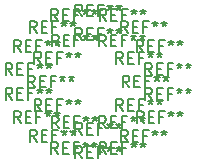
<source format=gbr>
%TF.GenerationSoftware,KiCad,Pcbnew,6.0.0-rc1-unknown-65cbf2d2b7~144~ubuntu18.04.1*%
%TF.CreationDate,2022-04-11T21:29:09+03:00*%
%TF.ProjectId,free_dry_electrodes_12_18,66726565-5f64-4727-995f-656c65637472,rev?*%
%TF.SameCoordinates,Original*%
%TF.FileFunction,Legend,Top*%
%TF.FilePolarity,Positive*%
%FSLAX46Y46*%
G04 Gerber Fmt 4.6, Leading zero omitted, Abs format (unit mm)*
G04 Created by KiCad (PCBNEW 6.0.0-rc1-unknown-65cbf2d2b7~144~ubuntu18.04.1) date 2022-04-11 21:29:09*
%MOMM*%
%LPD*%
G01*
G04 APERTURE LIST*
%ADD10C,0.150000*%
G04 APERTURE END LIST*
D10*
%TO.C,REF\u002A\u002A*%
X4576666Y2587619D02*
X4243333Y3063809D01*
X4005238Y2587619D02*
X4005238Y3587619D01*
X4386190Y3587619D01*
X4481428Y3540000D01*
X4529047Y3492380D01*
X4576666Y3397142D01*
X4576666Y3254285D01*
X4529047Y3159047D01*
X4481428Y3111428D01*
X4386190Y3063809D01*
X4005238Y3063809D01*
X5005238Y3111428D02*
X5338571Y3111428D01*
X5481428Y2587619D02*
X5005238Y2587619D01*
X5005238Y3587619D01*
X5481428Y3587619D01*
X6243333Y3111428D02*
X5910000Y3111428D01*
X5910000Y2587619D02*
X5910000Y3587619D01*
X6386190Y3587619D01*
X6910000Y3587619D02*
X6910000Y3349523D01*
X6671904Y3444761D02*
X6910000Y3349523D01*
X7148095Y3444761D01*
X6767142Y3159047D02*
X6910000Y3349523D01*
X7052857Y3159047D01*
X7671904Y3587619D02*
X7671904Y3349523D01*
X7433809Y3444761D02*
X7671904Y3349523D01*
X7910000Y3444761D01*
X7529047Y3159047D02*
X7671904Y3349523D01*
X7814761Y3159047D01*
X-3383333Y-4082380D02*
X-3716666Y-3606190D01*
X-3954761Y-4082380D02*
X-3954761Y-3082380D01*
X-3573809Y-3082380D01*
X-3478571Y-3130000D01*
X-3430952Y-3177619D01*
X-3383333Y-3272857D01*
X-3383333Y-3415714D01*
X-3430952Y-3510952D01*
X-3478571Y-3558571D01*
X-3573809Y-3606190D01*
X-3954761Y-3606190D01*
X-2954761Y-3558571D02*
X-2621428Y-3558571D01*
X-2478571Y-4082380D02*
X-2954761Y-4082380D01*
X-2954761Y-3082380D01*
X-2478571Y-3082380D01*
X-1716666Y-3558571D02*
X-2050000Y-3558571D01*
X-2050000Y-4082380D02*
X-2050000Y-3082380D01*
X-1573809Y-3082380D01*
X-1050000Y-3082380D02*
X-1050000Y-3320476D01*
X-1288095Y-3225238D02*
X-1050000Y-3320476D01*
X-811904Y-3225238D01*
X-1192857Y-3510952D02*
X-1050000Y-3320476D01*
X-907142Y-3510952D01*
X-288095Y-3082380D02*
X-288095Y-3320476D01*
X-526190Y-3225238D02*
X-288095Y-3320476D01*
X-50000Y-3225238D01*
X-430952Y-3510952D02*
X-288095Y-3320476D01*
X-145238Y-3510952D01*
X2126666Y3547619D02*
X1793333Y4023809D01*
X1555238Y3547619D02*
X1555238Y4547619D01*
X1936190Y4547619D01*
X2031428Y4500000D01*
X2079047Y4452380D01*
X2126666Y4357142D01*
X2126666Y4214285D01*
X2079047Y4119047D01*
X2031428Y4071428D01*
X1936190Y4023809D01*
X1555238Y4023809D01*
X2555238Y4071428D02*
X2888571Y4071428D01*
X3031428Y3547619D02*
X2555238Y3547619D01*
X2555238Y4547619D01*
X3031428Y4547619D01*
X3793333Y4071428D02*
X3459999Y4071428D01*
X3459999Y3547619D02*
X3459999Y4547619D01*
X3936190Y4547619D01*
X4460000Y4547619D02*
X4460000Y4309523D01*
X4221904Y4404761D02*
X4460000Y4309523D01*
X4698095Y4404761D01*
X4317142Y4119047D02*
X4460000Y4309523D01*
X4602857Y4119047D01*
X5221904Y4547619D02*
X5221904Y4309523D01*
X4983809Y4404761D02*
X5221904Y4309523D01*
X5460000Y4404761D01*
X5079047Y4119047D02*
X5221904Y4309523D01*
X5364761Y4119047D01*
X716666Y-4092380D02*
X383333Y-3616190D01*
X145238Y-4092380D02*
X145238Y-3092380D01*
X526190Y-3092380D01*
X621428Y-3140000D01*
X669047Y-3187619D01*
X716666Y-3282857D01*
X716666Y-3425714D01*
X669047Y-3520952D01*
X621428Y-3568571D01*
X526190Y-3616190D01*
X145238Y-3616190D01*
X1145238Y-3568571D02*
X1478571Y-3568571D01*
X1621428Y-4092380D02*
X1145238Y-4092380D01*
X1145238Y-3092380D01*
X1621428Y-3092380D01*
X2383333Y-3568571D02*
X2049999Y-3568571D01*
X2049999Y-4092380D02*
X2049999Y-3092380D01*
X2526190Y-3092380D01*
X3049999Y-3092380D02*
X3049999Y-3330476D01*
X2811904Y-3235238D02*
X3049999Y-3330476D01*
X3288095Y-3235238D01*
X2907142Y-3520952D02*
X3049999Y-3330476D01*
X3192857Y-3520952D01*
X3811904Y-3092380D02*
X3811904Y-3330476D01*
X3573809Y-3235238D02*
X3811904Y-3330476D01*
X4049999Y-3235238D01*
X3669047Y-3520952D02*
X3811904Y-3330476D01*
X3954761Y-3520952D01*
X666666Y-1912380D02*
X333333Y-1436190D01*
X95238Y-1912380D02*
X95238Y-912380D01*
X476190Y-912380D01*
X571428Y-960000D01*
X619047Y-1007619D01*
X666666Y-1102857D01*
X666666Y-1245714D01*
X619047Y-1340952D01*
X571428Y-1388571D01*
X476190Y-1436190D01*
X95238Y-1436190D01*
X1095238Y-1388571D02*
X1428571Y-1388571D01*
X1571428Y-1912380D02*
X1095238Y-1912380D01*
X1095238Y-912380D01*
X1571428Y-912380D01*
X2333333Y-1388571D02*
X1999999Y-1388571D01*
X1999999Y-1912380D02*
X1999999Y-912380D01*
X2476190Y-912380D01*
X2999999Y-912380D02*
X2999999Y-1150476D01*
X2761904Y-1055238D02*
X2999999Y-1150476D01*
X3238095Y-1055238D01*
X2857142Y-1340952D02*
X2999999Y-1150476D01*
X3142857Y-1340952D01*
X3761904Y-912380D02*
X3761904Y-1150476D01*
X3523809Y-1055238D02*
X3761904Y-1150476D01*
X3999999Y-1055238D01*
X3619047Y-1340952D02*
X3761904Y-1150476D01*
X3904761Y-1340952D01*
X3856666Y4547619D02*
X3523333Y5023809D01*
X3285238Y4547619D02*
X3285238Y5547619D01*
X3666190Y5547619D01*
X3761428Y5500000D01*
X3809047Y5452380D01*
X3856666Y5357142D01*
X3856666Y5214285D01*
X3809047Y5119047D01*
X3761428Y5071428D01*
X3666190Y5023809D01*
X3285238Y5023809D01*
X4285238Y5071428D02*
X4618571Y5071428D01*
X4761428Y4547619D02*
X4285238Y4547619D01*
X4285238Y5547619D01*
X4761428Y5547619D01*
X5523333Y5071428D02*
X5190000Y5071428D01*
X5190000Y4547619D02*
X5190000Y5547619D01*
X5666190Y5547619D01*
X6190000Y5547619D02*
X6190000Y5309523D01*
X5951904Y5404761D02*
X6190000Y5309523D01*
X6428095Y5404761D01*
X6047142Y5119047D02*
X6190000Y5309523D01*
X6332857Y5119047D01*
X6951904Y5547619D02*
X6951904Y5309523D01*
X6713809Y5404761D02*
X6951904Y5309523D01*
X7190000Y5404761D01*
X6809047Y5119047D02*
X6951904Y5309523D01*
X7094761Y5119047D01*
X2526666Y6147619D02*
X2193333Y6623809D01*
X1955238Y6147619D02*
X1955238Y7147619D01*
X2336190Y7147619D01*
X2431428Y7100000D01*
X2479047Y7052380D01*
X2526666Y6957142D01*
X2526666Y6814285D01*
X2479047Y6719047D01*
X2431428Y6671428D01*
X2336190Y6623809D01*
X1955238Y6623809D01*
X2955238Y6671428D02*
X3288571Y6671428D01*
X3431428Y6147619D02*
X2955238Y6147619D01*
X2955238Y7147619D01*
X3431428Y7147619D01*
X4193333Y6671428D02*
X3859999Y6671428D01*
X3859999Y6147619D02*
X3859999Y7147619D01*
X4336190Y7147619D01*
X4860000Y7147619D02*
X4860000Y6909523D01*
X4621904Y7004761D02*
X4860000Y6909523D01*
X5098095Y7004761D01*
X4717142Y6719047D02*
X4860000Y6909523D01*
X5002857Y6719047D01*
X5621904Y7147619D02*
X5621904Y6909523D01*
X5383809Y7004761D02*
X5621904Y6909523D01*
X5860000Y7004761D01*
X5479047Y6719047D02*
X5621904Y6909523D01*
X5764761Y6719047D01*
X-4803333Y3547619D02*
X-5136666Y4023809D01*
X-5374761Y3547619D02*
X-5374761Y4547619D01*
X-4993809Y4547619D01*
X-4898571Y4500000D01*
X-4850952Y4452380D01*
X-4803333Y4357142D01*
X-4803333Y4214285D01*
X-4850952Y4119047D01*
X-4898571Y4071428D01*
X-4993809Y4023809D01*
X-5374761Y4023809D01*
X-4374761Y4071428D02*
X-4041428Y4071428D01*
X-3898571Y3547619D02*
X-4374761Y3547619D01*
X-4374761Y4547619D01*
X-3898571Y4547619D01*
X-3136666Y4071428D02*
X-3470000Y4071428D01*
X-3470000Y3547619D02*
X-3470000Y4547619D01*
X-2993809Y4547619D01*
X-2470000Y4547619D02*
X-2470000Y4309523D01*
X-2708095Y4404761D02*
X-2470000Y4309523D01*
X-2231904Y4404761D01*
X-2612857Y4119047D02*
X-2470000Y4309523D01*
X-2327142Y4119047D01*
X-1708095Y4547619D02*
X-1708095Y4309523D01*
X-1946190Y4404761D02*
X-1708095Y4309523D01*
X-1470000Y4404761D01*
X-1850952Y4119047D02*
X-1708095Y4309523D01*
X-1565238Y4119047D01*
X-3333333Y-1912380D02*
X-3666666Y-1436190D01*
X-3904761Y-1912380D02*
X-3904761Y-912380D01*
X-3523809Y-912380D01*
X-3428571Y-960000D01*
X-3380952Y-1007619D01*
X-3333333Y-1102857D01*
X-3333333Y-1245714D01*
X-3380952Y-1340952D01*
X-3428571Y-1388571D01*
X-3523809Y-1436190D01*
X-3904761Y-1436190D01*
X-2904761Y-1388571D02*
X-2571428Y-1388571D01*
X-2428571Y-1912380D02*
X-2904761Y-1912380D01*
X-2904761Y-912380D01*
X-2428571Y-912380D01*
X-1666666Y-1388571D02*
X-2000000Y-1388571D01*
X-2000000Y-1912380D02*
X-2000000Y-912380D01*
X-1523809Y-912380D01*
X-1000000Y-912380D02*
X-1000000Y-1150476D01*
X-1238095Y-1055238D02*
X-1000000Y-1150476D01*
X-761904Y-1055238D01*
X-1142857Y-1340952D02*
X-1000000Y-1150476D01*
X-857142Y-1340952D01*
X-238095Y-912380D02*
X-238095Y-1150476D01*
X-476190Y-1055238D02*
X-238095Y-1150476D01*
X0Y-1055238D01*
X-380952Y-1340952D02*
X-238095Y-1150476D01*
X-95238Y-1340952D01*
X716666Y7187619D02*
X383333Y7663809D01*
X145238Y7187619D02*
X145238Y8187619D01*
X526190Y8187619D01*
X621428Y8140000D01*
X669047Y8092380D01*
X716666Y7997142D01*
X716666Y7854285D01*
X669047Y7759047D01*
X621428Y7711428D01*
X526190Y7663809D01*
X145238Y7663809D01*
X1145238Y7711428D02*
X1478571Y7711428D01*
X1621428Y7187619D02*
X1145238Y7187619D01*
X1145238Y8187619D01*
X1621428Y8187619D01*
X2383333Y7711428D02*
X2049999Y7711428D01*
X2049999Y7187619D02*
X2049999Y8187619D01*
X2526190Y8187619D01*
X3049999Y8187619D02*
X3049999Y7949523D01*
X2811904Y8044761D02*
X3049999Y7949523D01*
X3288095Y8044761D01*
X2907142Y7759047D02*
X3049999Y7949523D01*
X3192857Y7759047D01*
X3811904Y8187619D02*
X3811904Y7949523D01*
X3573809Y8044761D02*
X3811904Y7949523D01*
X4049999Y8044761D01*
X3669047Y7759047D02*
X3811904Y7949523D01*
X3954761Y7759047D01*
X-3333333Y5017619D02*
X-3666666Y5493809D01*
X-3904761Y5017619D02*
X-3904761Y6017619D01*
X-3523809Y6017619D01*
X-3428571Y5970000D01*
X-3380952Y5922380D01*
X-3333333Y5827142D01*
X-3333333Y5684285D01*
X-3380952Y5589047D01*
X-3428571Y5541428D01*
X-3523809Y5493809D01*
X-3904761Y5493809D01*
X-2904761Y5541428D02*
X-2571428Y5541428D01*
X-2428571Y5017619D02*
X-2904761Y5017619D01*
X-2904761Y6017619D01*
X-2428571Y6017619D01*
X-1666666Y5541428D02*
X-2000000Y5541428D01*
X-2000000Y5017619D02*
X-2000000Y6017619D01*
X-1523809Y6017619D01*
X-1000000Y6017619D02*
X-1000000Y5779523D01*
X-1238095Y5874761D02*
X-1000000Y5779523D01*
X-761904Y5874761D01*
X-1142857Y5589047D02*
X-1000000Y5779523D01*
X-857142Y5589047D01*
X-238095Y6017619D02*
X-238095Y5779523D01*
X-476190Y5874761D02*
X-238095Y5779523D01*
X0Y5874761D01*
X-380952Y5589047D02*
X-238095Y5779523D01*
X-95238Y5589047D01*
X-5193333Y6147619D02*
X-5526666Y6623809D01*
X-5764761Y6147619D02*
X-5764761Y7147619D01*
X-5383809Y7147619D01*
X-5288571Y7100000D01*
X-5240952Y7052380D01*
X-5193333Y6957142D01*
X-5193333Y6814285D01*
X-5240952Y6719047D01*
X-5288571Y6671428D01*
X-5383809Y6623809D01*
X-5764761Y6623809D01*
X-4764761Y6671428D02*
X-4431428Y6671428D01*
X-4288571Y6147619D02*
X-4764761Y6147619D01*
X-4764761Y7147619D01*
X-4288571Y7147619D01*
X-3526666Y6671428D02*
X-3860000Y6671428D01*
X-3860000Y6147619D02*
X-3860000Y7147619D01*
X-3383809Y7147619D01*
X-2860000Y7147619D02*
X-2860000Y6909523D01*
X-3098095Y7004761D02*
X-2860000Y6909523D01*
X-2621904Y7004761D01*
X-3002857Y6719047D02*
X-2860000Y6909523D01*
X-2717142Y6719047D01*
X-2098095Y7147619D02*
X-2098095Y6909523D01*
X-2336190Y7004761D02*
X-2098095Y6909523D01*
X-1860000Y7004761D01*
X-2240952Y6719047D02*
X-2098095Y6909523D01*
X-1955238Y6719047D01*
X-6533333Y-1452380D02*
X-6866666Y-976190D01*
X-7104761Y-1452380D02*
X-7104761Y-452380D01*
X-6723809Y-452380D01*
X-6628571Y-500000D01*
X-6580952Y-547619D01*
X-6533333Y-642857D01*
X-6533333Y-785714D01*
X-6580952Y-880952D01*
X-6628571Y-928571D01*
X-6723809Y-976190D01*
X-7104761Y-976190D01*
X-6104761Y-928571D02*
X-5771428Y-928571D01*
X-5628571Y-1452380D02*
X-6104761Y-1452380D01*
X-6104761Y-452380D01*
X-5628571Y-452380D01*
X-4866666Y-928571D02*
X-5200000Y-928571D01*
X-5200000Y-1452380D02*
X-5200000Y-452380D01*
X-4723809Y-452380D01*
X-4200000Y-452380D02*
X-4200000Y-690476D01*
X-4438095Y-595238D02*
X-4200000Y-690476D01*
X-3961904Y-595238D01*
X-4342857Y-880952D02*
X-4200000Y-690476D01*
X-4057142Y-880952D01*
X-3438095Y-452380D02*
X-3438095Y-690476D01*
X-3676190Y-595238D02*
X-3438095Y-690476D01*
X-3200000Y-595238D01*
X-3580952Y-880952D02*
X-3438095Y-690476D01*
X-3295238Y-880952D01*
X-5183333Y-3042380D02*
X-5516666Y-2566190D01*
X-5754761Y-3042380D02*
X-5754761Y-2042380D01*
X-5373809Y-2042380D01*
X-5278571Y-2090000D01*
X-5230952Y-2137619D01*
X-5183333Y-2232857D01*
X-5183333Y-2375714D01*
X-5230952Y-2470952D01*
X-5278571Y-2518571D01*
X-5373809Y-2566190D01*
X-5754761Y-2566190D01*
X-4754761Y-2518571D02*
X-4421428Y-2518571D01*
X-4278571Y-3042380D02*
X-4754761Y-3042380D01*
X-4754761Y-2042380D01*
X-4278571Y-2042380D01*
X-3516666Y-2518571D02*
X-3850000Y-2518571D01*
X-3850000Y-3042380D02*
X-3850000Y-2042380D01*
X-3373809Y-2042380D01*
X-2850000Y-2042380D02*
X-2850000Y-2280476D01*
X-3088095Y-2185238D02*
X-2850000Y-2280476D01*
X-2611904Y-2185238D01*
X-2992857Y-2470952D02*
X-2850000Y-2280476D01*
X-2707142Y-2470952D01*
X-2088095Y-2042380D02*
X-2088095Y-2280476D01*
X-2326190Y-2185238D02*
X-2088095Y-2280476D01*
X-1850000Y-2185238D01*
X-2230952Y-2470952D02*
X-2088095Y-2280476D01*
X-1945238Y-2470952D01*
X-1333333Y7547619D02*
X-1666666Y8023809D01*
X-1904761Y7547619D02*
X-1904761Y8547619D01*
X-1523809Y8547619D01*
X-1428571Y8500000D01*
X-1380952Y8452380D01*
X-1333333Y8357142D01*
X-1333333Y8214285D01*
X-1380952Y8119047D01*
X-1428571Y8071428D01*
X-1523809Y8023809D01*
X-1904761Y8023809D01*
X-904761Y8071428D02*
X-571428Y8071428D01*
X-428571Y7547619D02*
X-904761Y7547619D01*
X-904761Y8547619D01*
X-428571Y8547619D01*
X333333Y8071428D02*
X0Y8071428D01*
X0Y7547619D02*
X0Y8547619D01*
X476190Y8547619D01*
X999999Y8547619D02*
X999999Y8309523D01*
X761904Y8404761D02*
X999999Y8309523D01*
X1238095Y8404761D01*
X857142Y8119047D02*
X999999Y8309523D01*
X1142857Y8119047D01*
X1761904Y8547619D02*
X1761904Y8309523D01*
X1523809Y8404761D02*
X1761904Y8309523D01*
X1999999Y8404761D01*
X1619047Y8119047D02*
X1761904Y8309523D01*
X1904761Y8119047D01*
X3866666Y-1452380D02*
X3533333Y-976190D01*
X3295238Y-1452380D02*
X3295238Y-452380D01*
X3676190Y-452380D01*
X3771428Y-500000D01*
X3819047Y-547619D01*
X3866666Y-642857D01*
X3866666Y-785714D01*
X3819047Y-880952D01*
X3771428Y-928571D01*
X3676190Y-976190D01*
X3295238Y-976190D01*
X4295238Y-928571D02*
X4628571Y-928571D01*
X4771428Y-1452380D02*
X4295238Y-1452380D01*
X4295238Y-452380D01*
X4771428Y-452380D01*
X5533333Y-928571D02*
X5200000Y-928571D01*
X5200000Y-1452380D02*
X5200000Y-452380D01*
X5676190Y-452380D01*
X6200000Y-452380D02*
X6200000Y-690476D01*
X5961904Y-595238D02*
X6200000Y-690476D01*
X6438095Y-595238D01*
X6057142Y-880952D02*
X6200000Y-690476D01*
X6342857Y-880952D01*
X6961904Y-452380D02*
X6961904Y-690476D01*
X6723809Y-595238D02*
X6961904Y-690476D01*
X7200000Y-595238D01*
X6819047Y-880952D02*
X6961904Y-690476D01*
X7104761Y-880952D01*
X-6533333Y4547619D02*
X-6866666Y5023809D01*
X-7104761Y4547619D02*
X-7104761Y5547619D01*
X-6723809Y5547619D01*
X-6628571Y5500000D01*
X-6580952Y5452380D01*
X-6533333Y5357142D01*
X-6533333Y5214285D01*
X-6580952Y5119047D01*
X-6628571Y5071428D01*
X-6723809Y5023809D01*
X-7104761Y5023809D01*
X-6104761Y5071428D02*
X-5771428Y5071428D01*
X-5628571Y4547619D02*
X-6104761Y4547619D01*
X-6104761Y5547619D01*
X-5628571Y5547619D01*
X-4866666Y5071428D02*
X-5200000Y5071428D01*
X-5200000Y4547619D02*
X-5200000Y5547619D01*
X-4723809Y5547619D01*
X-4200000Y5547619D02*
X-4200000Y5309523D01*
X-4438095Y5404761D02*
X-4200000Y5309523D01*
X-3961904Y5404761D01*
X-4342857Y5119047D02*
X-4200000Y5309523D01*
X-4057142Y5119047D01*
X-3438095Y5547619D02*
X-3438095Y5309523D01*
X-3676190Y5404761D02*
X-3438095Y5309523D01*
X-3200000Y5404761D01*
X-3580952Y5119047D02*
X-3438095Y5309523D01*
X-3295238Y5119047D01*
X-1333333Y-4452380D02*
X-1666666Y-3976190D01*
X-1904761Y-4452380D02*
X-1904761Y-3452380D01*
X-1523809Y-3452380D01*
X-1428571Y-3500000D01*
X-1380952Y-3547619D01*
X-1333333Y-3642857D01*
X-1333333Y-3785714D01*
X-1380952Y-3880952D01*
X-1428571Y-3928571D01*
X-1523809Y-3976190D01*
X-1904761Y-3976190D01*
X-904761Y-3928571D02*
X-571428Y-3928571D01*
X-428571Y-4452380D02*
X-904761Y-4452380D01*
X-904761Y-3452380D01*
X-428571Y-3452380D01*
X333333Y-3928571D02*
X0Y-3928571D01*
X0Y-4452380D02*
X0Y-3452380D01*
X476190Y-3452380D01*
X999999Y-3452380D02*
X999999Y-3690476D01*
X761904Y-3595238D02*
X999999Y-3690476D01*
X1238095Y-3595238D01*
X857142Y-3880952D02*
X999999Y-3690476D01*
X1142857Y-3880952D01*
X1761904Y-3452380D02*
X1761904Y-3690476D01*
X1523809Y-3595238D02*
X1761904Y-3690476D01*
X1999999Y-3595238D01*
X1619047Y-3880952D02*
X1761904Y-3690476D01*
X1904761Y-3880952D01*
X2126666Y-452380D02*
X1793333Y23809D01*
X1555238Y-452380D02*
X1555238Y547619D01*
X1936190Y547619D01*
X2031428Y500000D01*
X2079047Y452380D01*
X2126666Y357142D01*
X2126666Y214285D01*
X2079047Y119047D01*
X2031428Y71428D01*
X1936190Y23809D01*
X1555238Y23809D01*
X2555238Y71428D02*
X2888571Y71428D01*
X3031428Y-452380D02*
X2555238Y-452380D01*
X2555238Y547619D01*
X3031428Y547619D01*
X3793333Y71428D02*
X3459999Y71428D01*
X3459999Y-452380D02*
X3459999Y547619D01*
X3936190Y547619D01*
X4460000Y547619D02*
X4460000Y309523D01*
X4221904Y404761D02*
X4460000Y309523D01*
X4698095Y404761D01*
X4317142Y119047D02*
X4460000Y309523D01*
X4602857Y119047D01*
X5221904Y547619D02*
X5221904Y309523D01*
X4983809Y404761D02*
X5221904Y309523D01*
X5460000Y404761D01*
X5079047Y119047D02*
X5221904Y309523D01*
X5364761Y119047D01*
X2666666Y1547619D02*
X2333333Y2023809D01*
X2095238Y1547619D02*
X2095238Y2547619D01*
X2476190Y2547619D01*
X2571428Y2500000D01*
X2619047Y2452380D01*
X2666666Y2357142D01*
X2666666Y2214285D01*
X2619047Y2119047D01*
X2571428Y2071428D01*
X2476190Y2023809D01*
X2095238Y2023809D01*
X3095238Y2071428D02*
X3428571Y2071428D01*
X3571428Y1547619D02*
X3095238Y1547619D01*
X3095238Y2547619D01*
X3571428Y2547619D01*
X4333333Y2071428D02*
X3999999Y2071428D01*
X3999999Y1547619D02*
X3999999Y2547619D01*
X4476190Y2547619D01*
X5000000Y2547619D02*
X5000000Y2309523D01*
X4761904Y2404761D02*
X5000000Y2309523D01*
X5238095Y2404761D01*
X4857142Y2119047D02*
X5000000Y2309523D01*
X5142857Y2119047D01*
X5761904Y2547619D02*
X5761904Y2309523D01*
X5523809Y2404761D02*
X5761904Y2309523D01*
X6000000Y2404761D01*
X5619047Y2119047D02*
X5761904Y2309523D01*
X5904761Y2119047D01*
X-1333333Y-2452380D02*
X-1666666Y-1976190D01*
X-1904761Y-2452380D02*
X-1904761Y-1452380D01*
X-1523809Y-1452380D01*
X-1428571Y-1500000D01*
X-1380952Y-1547619D01*
X-1333333Y-1642857D01*
X-1333333Y-1785714D01*
X-1380952Y-1880952D01*
X-1428571Y-1928571D01*
X-1523809Y-1976190D01*
X-1904761Y-1976190D01*
X-904761Y-1928571D02*
X-571428Y-1928571D01*
X-428571Y-2452380D02*
X-904761Y-2452380D01*
X-904761Y-1452380D01*
X-428571Y-1452380D01*
X333333Y-1928571D02*
X0Y-1928571D01*
X0Y-2452380D02*
X0Y-1452380D01*
X476190Y-1452380D01*
X999999Y-1452380D02*
X999999Y-1690476D01*
X761904Y-1595238D02*
X999999Y-1690476D01*
X1238095Y-1595238D01*
X857142Y-1880952D02*
X999999Y-1690476D01*
X1142857Y-1880952D01*
X1761904Y-1452380D02*
X1761904Y-1690476D01*
X1523809Y-1595238D02*
X1761904Y-1690476D01*
X1999999Y-1595238D01*
X1619047Y-1880952D02*
X1761904Y-1690476D01*
X1904761Y-1880952D01*
X-5333333Y1547619D02*
X-5666666Y2023809D01*
X-5904761Y1547619D02*
X-5904761Y2547619D01*
X-5523809Y2547619D01*
X-5428571Y2500000D01*
X-5380952Y2452380D01*
X-5333333Y2357142D01*
X-5333333Y2214285D01*
X-5380952Y2119047D01*
X-5428571Y2071428D01*
X-5523809Y2023809D01*
X-5904761Y2023809D01*
X-4904761Y2071428D02*
X-4571428Y2071428D01*
X-4428571Y1547619D02*
X-4904761Y1547619D01*
X-4904761Y2547619D01*
X-4428571Y2547619D01*
X-3666666Y2071428D02*
X-4000000Y2071428D01*
X-4000000Y1547619D02*
X-4000000Y2547619D01*
X-3523809Y2547619D01*
X-3000000Y2547619D02*
X-3000000Y2309523D01*
X-3238095Y2404761D02*
X-3000000Y2309523D01*
X-2761904Y2404761D01*
X-3142857Y2119047D02*
X-3000000Y2309523D01*
X-2857142Y2119047D01*
X-2238095Y2547619D02*
X-2238095Y2309523D01*
X-2476190Y2404761D02*
X-2238095Y2309523D01*
X-2000000Y2404761D01*
X-2380952Y2119047D02*
X-2238095Y2309523D01*
X-2095238Y2119047D01*
X-4793333Y-452380D02*
X-5126666Y23809D01*
X-5364761Y-452380D02*
X-5364761Y547619D01*
X-4983809Y547619D01*
X-4888571Y500000D01*
X-4840952Y452380D01*
X-4793333Y357142D01*
X-4793333Y214285D01*
X-4840952Y119047D01*
X-4888571Y71428D01*
X-4983809Y23809D01*
X-5364761Y23809D01*
X-4364761Y71428D02*
X-4031428Y71428D01*
X-3888571Y-452380D02*
X-4364761Y-452380D01*
X-4364761Y547619D01*
X-3888571Y547619D01*
X-3126666Y71428D02*
X-3460000Y71428D01*
X-3460000Y-452380D02*
X-3460000Y547619D01*
X-2983809Y547619D01*
X-2460000Y547619D02*
X-2460000Y309523D01*
X-2698095Y404761D02*
X-2460000Y309523D01*
X-2221904Y404761D01*
X-2602857Y119047D02*
X-2460000Y309523D01*
X-2317142Y119047D01*
X-1698095Y547619D02*
X-1698095Y309523D01*
X-1936190Y404761D02*
X-1698095Y309523D01*
X-1460000Y404761D01*
X-1840952Y119047D02*
X-1698095Y309523D01*
X-1555238Y119047D01*
X-7243333Y507619D02*
X-7576666Y983809D01*
X-7814761Y507619D02*
X-7814761Y1507619D01*
X-7433809Y1507619D01*
X-7338571Y1460000D01*
X-7290952Y1412380D01*
X-7243333Y1317142D01*
X-7243333Y1174285D01*
X-7290952Y1079047D01*
X-7338571Y1031428D01*
X-7433809Y983809D01*
X-7814761Y983809D01*
X-6814761Y1031428D02*
X-6481428Y1031428D01*
X-6338571Y507619D02*
X-6814761Y507619D01*
X-6814761Y1507619D01*
X-6338571Y1507619D01*
X-5576666Y1031428D02*
X-5910000Y1031428D01*
X-5910000Y507619D02*
X-5910000Y1507619D01*
X-5433809Y1507619D01*
X-4910000Y1507619D02*
X-4910000Y1269523D01*
X-5148095Y1364761D02*
X-4910000Y1269523D01*
X-4671904Y1364761D01*
X-5052857Y1079047D02*
X-4910000Y1269523D01*
X-4767142Y1079047D01*
X-4148095Y1507619D02*
X-4148095Y1269523D01*
X-4386190Y1364761D02*
X-4148095Y1269523D01*
X-3910000Y1364761D01*
X-4290952Y1079047D02*
X-4148095Y1269523D01*
X-4005238Y1079047D01*
X-1333333Y5547619D02*
X-1666666Y6023809D01*
X-1904761Y5547619D02*
X-1904761Y6547619D01*
X-1523809Y6547619D01*
X-1428571Y6500000D01*
X-1380952Y6452380D01*
X-1333333Y6357142D01*
X-1333333Y6214285D01*
X-1380952Y6119047D01*
X-1428571Y6071428D01*
X-1523809Y6023809D01*
X-1904761Y6023809D01*
X-904761Y6071428D02*
X-571428Y6071428D01*
X-428571Y5547619D02*
X-904761Y5547619D01*
X-904761Y6547619D01*
X-428571Y6547619D01*
X333333Y6071428D02*
X0Y6071428D01*
X0Y5547619D02*
X0Y6547619D01*
X476190Y6547619D01*
X999999Y6547619D02*
X999999Y6309523D01*
X761904Y6404761D02*
X999999Y6309523D01*
X1238095Y6404761D01*
X857142Y6119047D02*
X999999Y6309523D01*
X1142857Y6119047D01*
X1761904Y6547619D02*
X1761904Y6309523D01*
X1523809Y6404761D02*
X1761904Y6309523D01*
X1999999Y6404761D01*
X1619047Y6119047D02*
X1761904Y6309523D01*
X1904761Y6119047D01*
X-7243333Y2587619D02*
X-7576666Y3063809D01*
X-7814761Y2587619D02*
X-7814761Y3587619D01*
X-7433809Y3587619D01*
X-7338571Y3540000D01*
X-7290952Y3492380D01*
X-7243333Y3397142D01*
X-7243333Y3254285D01*
X-7290952Y3159047D01*
X-7338571Y3111428D01*
X-7433809Y3063809D01*
X-7814761Y3063809D01*
X-6814761Y3111428D02*
X-6481428Y3111428D01*
X-6338571Y2587619D02*
X-6814761Y2587619D01*
X-6814761Y3587619D01*
X-6338571Y3587619D01*
X-5576666Y3111428D02*
X-5910000Y3111428D01*
X-5910000Y2587619D02*
X-5910000Y3587619D01*
X-5433809Y3587619D01*
X-4910000Y3587619D02*
X-4910000Y3349523D01*
X-5148095Y3444761D02*
X-4910000Y3349523D01*
X-4671904Y3444761D01*
X-5052857Y3159047D02*
X-4910000Y3349523D01*
X-4767142Y3159047D01*
X-4148095Y3587619D02*
X-4148095Y3349523D01*
X-4386190Y3444761D02*
X-4148095Y3349523D01*
X-3910000Y3444761D01*
X-4290952Y3159047D02*
X-4148095Y3349523D01*
X-4005238Y3159047D01*
X-3383333Y7187619D02*
X-3716666Y7663809D01*
X-3954761Y7187619D02*
X-3954761Y8187619D01*
X-3573809Y8187619D01*
X-3478571Y8140000D01*
X-3430952Y8092380D01*
X-3383333Y7997142D01*
X-3383333Y7854285D01*
X-3430952Y7759047D01*
X-3478571Y7711428D01*
X-3573809Y7663809D01*
X-3954761Y7663809D01*
X-2954761Y7711428D02*
X-2621428Y7711428D01*
X-2478571Y7187619D02*
X-2954761Y7187619D01*
X-2954761Y8187619D01*
X-2478571Y8187619D01*
X-1716666Y7711428D02*
X-2050000Y7711428D01*
X-2050000Y7187619D02*
X-2050000Y8187619D01*
X-1573809Y8187619D01*
X-1050000Y8187619D02*
X-1050000Y7949523D01*
X-1288095Y8044761D02*
X-1050000Y7949523D01*
X-811904Y8044761D01*
X-1192857Y7759047D02*
X-1050000Y7949523D01*
X-907142Y7759047D01*
X-288095Y8187619D02*
X-288095Y7949523D01*
X-526190Y8044761D02*
X-288095Y7949523D01*
X-50000Y8044761D01*
X-430952Y7759047D02*
X-288095Y7949523D01*
X-145238Y7759047D01*
X666666Y5007619D02*
X333333Y5483809D01*
X95238Y5007619D02*
X95238Y6007619D01*
X476190Y6007619D01*
X571428Y5960000D01*
X619047Y5912380D01*
X666666Y5817142D01*
X666666Y5674285D01*
X619047Y5579047D01*
X571428Y5531428D01*
X476190Y5483809D01*
X95238Y5483809D01*
X1095238Y5531428D02*
X1428571Y5531428D01*
X1571428Y5007619D02*
X1095238Y5007619D01*
X1095238Y6007619D01*
X1571428Y6007619D01*
X2333333Y5531428D02*
X1999999Y5531428D01*
X1999999Y5007619D02*
X1999999Y6007619D01*
X2476190Y6007619D01*
X2999999Y6007619D02*
X2999999Y5769523D01*
X2761904Y5864761D02*
X2999999Y5769523D01*
X3238095Y5864761D01*
X2857142Y5579047D02*
X2999999Y5769523D01*
X3142857Y5579047D01*
X3761904Y6007619D02*
X3761904Y5769523D01*
X3523809Y5864761D02*
X3761904Y5769523D01*
X3999999Y5864761D01*
X3619047Y5579047D02*
X3761904Y5769523D01*
X3904761Y5579047D01*
X4576666Y497619D02*
X4243333Y973809D01*
X4005238Y497619D02*
X4005238Y1497619D01*
X4386190Y1497619D01*
X4481428Y1450000D01*
X4529047Y1402380D01*
X4576666Y1307142D01*
X4576666Y1164285D01*
X4529047Y1069047D01*
X4481428Y1021428D01*
X4386190Y973809D01*
X4005238Y973809D01*
X5005238Y1021428D02*
X5338571Y1021428D01*
X5481428Y497619D02*
X5005238Y497619D01*
X5005238Y1497619D01*
X5481428Y1497619D01*
X6243333Y1021428D02*
X5910000Y1021428D01*
X5910000Y497619D02*
X5910000Y1497619D01*
X6386190Y1497619D01*
X6910000Y1497619D02*
X6910000Y1259523D01*
X6671904Y1354761D02*
X6910000Y1259523D01*
X7148095Y1354761D01*
X6767142Y1069047D02*
X6910000Y1259523D01*
X7052857Y1069047D01*
X7671904Y1497619D02*
X7671904Y1259523D01*
X7433809Y1354761D02*
X7671904Y1259523D01*
X7910000Y1354761D01*
X7529047Y1069047D02*
X7671904Y1259523D01*
X7814761Y1069047D01*
X2516666Y-3052380D02*
X2183333Y-2576190D01*
X1945238Y-3052380D02*
X1945238Y-2052380D01*
X2326190Y-2052380D01*
X2421428Y-2100000D01*
X2469047Y-2147619D01*
X2516666Y-2242857D01*
X2516666Y-2385714D01*
X2469047Y-2480952D01*
X2421428Y-2528571D01*
X2326190Y-2576190D01*
X1945238Y-2576190D01*
X2945238Y-2528571D02*
X3278571Y-2528571D01*
X3421428Y-3052380D02*
X2945238Y-3052380D01*
X2945238Y-2052380D01*
X3421428Y-2052380D01*
X4183333Y-2528571D02*
X3849999Y-2528571D01*
X3849999Y-3052380D02*
X3849999Y-2052380D01*
X4326190Y-2052380D01*
X4850000Y-2052380D02*
X4850000Y-2290476D01*
X4611904Y-2195238D02*
X4850000Y-2290476D01*
X5088095Y-2195238D01*
X4707142Y-2480952D02*
X4850000Y-2290476D01*
X4992857Y-2480952D01*
X5611904Y-2052380D02*
X5611904Y-2290476D01*
X5373809Y-2195238D02*
X5611904Y-2290476D01*
X5850000Y-2195238D01*
X5469047Y-2480952D02*
X5611904Y-2290476D01*
X5754761Y-2480952D01*
%TD*%
M02*

</source>
